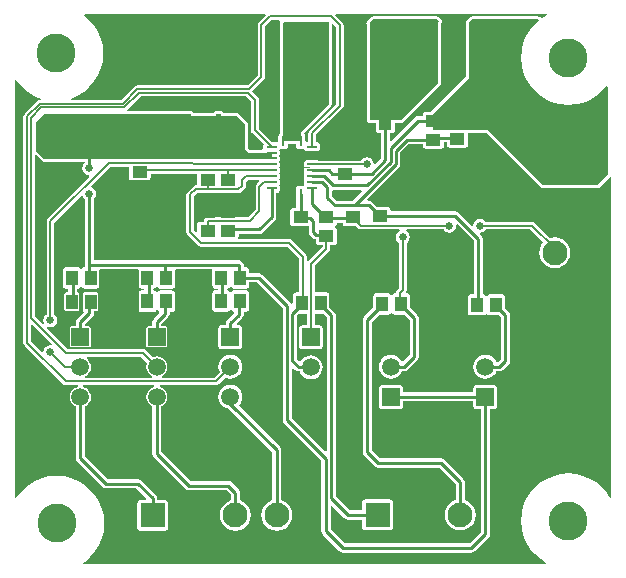
<source format=gtl>
G04 Layer_Physical_Order=1*
G04 Layer_Color=255*
%FSLAX44Y44*%
%MOMM*%
G71*
G01*
G75*
%ADD10R,1.3000X1.0000*%
%ADD11R,1.0000X1.3000*%
%ADD12R,1.1000X1.7000*%
%ADD13R,1.2000X2.6000*%
%ADD14R,1.7000X1.1000*%
%ADD15R,2.0500X3.0500*%
%ADD16R,0.2800X0.8500*%
%ADD17R,0.8500X0.2800*%
%ADD18R,1.9500X3.2000*%
%ADD19C,0.2540*%
%ADD20C,0.1270*%
%ADD21C,3.3000*%
%ADD22C,2.1000*%
%ADD23R,2.1000X2.1000*%
%ADD24R,2.1000X2.1000*%
%ADD25R,1.5000X1.5000*%
%ADD26C,1.5000*%
%ADD27C,0.6604*%
%ADD28C,0.0254*%
G36*
X307910Y1008750D02*
X308107Y1007759D01*
X308669Y1006919D01*
X309509Y1006357D01*
X310500Y1006160D01*
X323500D01*
X324491Y1006357D01*
X325331Y1006919D01*
X325893Y1007759D01*
X326090Y1008750D01*
Y1011513D01*
X355750D01*
X355851Y1011533D01*
X365410D01*
Y1001987D01*
X364172D01*
X362933Y1001741D01*
X361883Y1001039D01*
X357461Y996617D01*
X356759Y995567D01*
X356513Y994328D01*
Y962250D01*
X356759Y961011D01*
X357461Y959961D01*
X366461Y950961D01*
X367511Y950259D01*
X368750Y950013D01*
X441909D01*
X451763Y940159D01*
Y911340D01*
X449000D01*
X448009Y911143D01*
X447169Y910581D01*
X446607Y909741D01*
X446410Y908750D01*
Y902010D01*
X445140Y901624D01*
X444679Y902315D01*
X420497Y926497D01*
X419237Y927339D01*
X417750Y927635D01*
X409590D01*
Y930250D01*
X409393Y931241D01*
X408831Y932081D01*
X407991Y932643D01*
X407000Y932840D01*
X404885D01*
Y934750D01*
X404589Y936237D01*
X403747Y937497D01*
X402487Y938339D01*
X401000Y938635D01*
X278135D01*
Y990570D01*
X278462Y990788D01*
X279753Y992721D01*
X280206Y995000D01*
X279753Y997280D01*
X278462Y999212D01*
X276529Y1000503D01*
X276226Y1000564D01*
X275857Y1001779D01*
X292004Y1017926D01*
X307910D01*
Y1008750D01*
D02*
G37*
G36*
X234419Y1022919D02*
X235259Y1022357D01*
X236250Y1022160D01*
X270365D01*
Y1020930D01*
X270038Y1020712D01*
X268747Y1018780D01*
X268293Y1016500D01*
X268747Y1014221D01*
X270038Y1012288D01*
X271971Y1010997D01*
X273766Y1010640D01*
X274274Y1009352D01*
X238961Y974039D01*
X238259Y972989D01*
X238013Y971750D01*
Y892613D01*
X237038Y891962D01*
X235747Y890029D01*
X235294Y887750D01*
X235747Y885471D01*
X235935Y885189D01*
X234949Y884380D01*
X227987Y891341D01*
Y1027691D01*
X229160Y1028177D01*
X234419Y1022919D01*
D02*
G37*
G36*
X505161Y996942D02*
X497354Y989135D01*
X483609D01*
X479635Y993109D01*
Y997523D01*
X480357Y998115D01*
X504675D01*
X505161Y996942D01*
D02*
G37*
G36*
X418031Y1005359D02*
X415961Y1003289D01*
X415259Y1002239D01*
X415013Y1001000D01*
Y981341D01*
X408659Y974987D01*
X374500D01*
X373261Y974741D01*
X372211Y974039D01*
X371509Y972989D01*
X371263Y971750D01*
Y971340D01*
X368000D01*
X367009Y971143D01*
X366169Y970581D01*
X365607Y969741D01*
X365410Y968750D01*
Y962827D01*
X364237Y962341D01*
X362987Y963591D01*
Y992987D01*
X365513Y995513D01*
X400500D01*
X401739Y995759D01*
X402789Y996461D01*
X405789Y999461D01*
X406491Y1000511D01*
X406737Y1001750D01*
Y1004909D01*
X408361Y1006533D01*
X417545D01*
X418031Y1005359D01*
D02*
G37*
G36*
X323417Y851835D02*
X322926Y850649D01*
X322624Y848360D01*
X322926Y846071D01*
X323809Y843937D01*
X325215Y842105D01*
X327047Y840699D01*
X327511Y840507D01*
X327259Y839237D01*
X270911D01*
X270659Y840507D01*
X271123Y840699D01*
X272955Y842105D01*
X274361Y843937D01*
X275244Y846071D01*
X275546Y848360D01*
X275244Y850649D01*
X274361Y852783D01*
X272955Y854615D01*
X271485Y855743D01*
X271916Y857013D01*
X318239D01*
X323417Y851835D01*
D02*
G37*
G36*
X213390Y1090115D02*
X217488Y1085318D01*
X222285Y1081220D01*
X227664Y1077924D01*
X233492Y1075510D01*
X233347Y1074285D01*
X232237D01*
X230999Y1074039D01*
X229948Y1073337D01*
X219413Y1062802D01*
X218711Y1061751D01*
X218465Y1060512D01*
Y868548D01*
X218711Y867309D01*
X219413Y866259D01*
X251961Y833711D01*
X253011Y833009D01*
X254250Y832763D01*
X264244D01*
X264410Y831504D01*
X262277Y830621D01*
X260445Y829215D01*
X259039Y827383D01*
X258156Y825249D01*
X257854Y822960D01*
X258156Y820671D01*
X259039Y818537D01*
X260445Y816705D01*
X262277Y815299D01*
X262815Y815077D01*
Y771050D01*
X263111Y769563D01*
X263953Y768303D01*
X285753Y746503D01*
X287013Y745661D01*
X288500Y745365D01*
X314141D01*
X322493Y737013D01*
X322007Y735840D01*
X317500D01*
X316509Y735643D01*
X315669Y735081D01*
X315107Y734241D01*
X314910Y733250D01*
Y712250D01*
X315107Y711259D01*
X315669Y710419D01*
X316509Y709857D01*
X317500Y709660D01*
X338500D01*
X339491Y709857D01*
X340331Y710419D01*
X340893Y711259D01*
X341090Y712250D01*
Y733250D01*
X340893Y734241D01*
X340331Y735081D01*
X339491Y735643D01*
X338500Y735840D01*
X331885D01*
Y737000D01*
X331589Y738486D01*
X330747Y739747D01*
X318497Y751997D01*
X317237Y752839D01*
X315750Y753135D01*
X290109D01*
X270585Y772659D01*
Y815077D01*
X271123Y815299D01*
X272955Y816705D01*
X274361Y818537D01*
X275244Y820671D01*
X275546Y822960D01*
X275244Y825249D01*
X274361Y827383D01*
X272955Y829215D01*
X271123Y830621D01*
X268990Y831504D01*
X269156Y832763D01*
X329014D01*
X329180Y831504D01*
X327047Y830621D01*
X325215Y829215D01*
X323809Y827383D01*
X322926Y825249D01*
X322624Y822960D01*
X322926Y820671D01*
X323809Y818537D01*
X325215Y816705D01*
X327047Y815299D01*
X327585Y815077D01*
Y774780D01*
X327881Y773293D01*
X328723Y772033D01*
X355753Y745003D01*
X357013Y744161D01*
X358500Y743865D01*
X390391D01*
X394115Y740141D01*
Y735255D01*
X391424Y734140D01*
X388700Y732050D01*
X386610Y729326D01*
X385296Y726154D01*
X384847Y722750D01*
X385296Y719346D01*
X386610Y716174D01*
X388700Y713450D01*
X391424Y711360D01*
X394596Y710046D01*
X398000Y709597D01*
X401404Y710046D01*
X404576Y711360D01*
X407300Y713450D01*
X409390Y716174D01*
X410704Y719346D01*
X411152Y722750D01*
X410704Y726154D01*
X409390Y729326D01*
X407300Y732050D01*
X404576Y734140D01*
X401885Y735255D01*
Y741750D01*
X401589Y743237D01*
X400747Y744497D01*
X394747Y750497D01*
X393487Y751339D01*
X392000Y751635D01*
X360109D01*
X335355Y776389D01*
Y815077D01*
X335893Y815299D01*
X337725Y816705D01*
X339131Y818537D01*
X340014Y820671D01*
X340316Y822960D01*
X340014Y825249D01*
X339131Y827383D01*
X337725Y829215D01*
X335893Y830621D01*
X333759Y831504D01*
X333926Y832763D01*
X381340D01*
X382579Y833009D01*
X383629Y833711D01*
X389253Y839335D01*
X391079Y838578D01*
X393700Y838233D01*
X396321Y838578D01*
X398763Y839590D01*
X400861Y841199D01*
X402470Y843297D01*
X403482Y845739D01*
X403827Y848360D01*
X403482Y850981D01*
X402470Y853423D01*
X400861Y855521D01*
X398763Y857130D01*
X396321Y858142D01*
X393700Y858487D01*
X391079Y858142D01*
X388637Y857130D01*
X386539Y855521D01*
X384930Y853423D01*
X383918Y850981D01*
X383573Y848360D01*
X383918Y845739D01*
X384675Y843913D01*
X379999Y839237D01*
X335681D01*
X335429Y840507D01*
X335893Y840699D01*
X337725Y842105D01*
X339131Y843937D01*
X340014Y846071D01*
X340316Y848360D01*
X340014Y850649D01*
X339131Y852783D01*
X337725Y854615D01*
X335893Y856021D01*
X333759Y856904D01*
X331470Y857206D01*
X329181Y856904D01*
X327995Y856413D01*
X321869Y862539D01*
X320819Y863241D01*
X319580Y863487D01*
X255841D01*
X237880Y881449D01*
X238689Y882435D01*
X238971Y882247D01*
X241250Y881794D01*
X243529Y882247D01*
X245462Y883538D01*
X246753Y885471D01*
X247206Y887750D01*
X246753Y890029D01*
X245462Y891962D01*
X244487Y892613D01*
Y970409D01*
X267471Y993393D01*
X268687Y993024D01*
X268747Y992721D01*
X270038Y990788D01*
X270365Y990570D01*
Y934500D01*
Y932840D01*
X270250D01*
X269259Y932643D01*
X268419Y932081D01*
X267919Y931333D01*
X267250Y931260D01*
X266581Y931333D01*
X266081Y932081D01*
X265241Y932643D01*
X264250Y932840D01*
X254250D01*
X253259Y932643D01*
X252419Y932081D01*
X251857Y931241D01*
X251660Y930250D01*
Y917250D01*
X251857Y916259D01*
X252419Y915419D01*
X253259Y914857D01*
X254250Y914660D01*
X256365D01*
Y911375D01*
X254250D01*
X253278Y910972D01*
X252875Y910000D01*
Y897000D01*
X253278Y896028D01*
X254250Y895625D01*
X264250D01*
X265222Y896028D01*
X265625Y897000D01*
Y910000D01*
X265222Y910972D01*
X264250Y911375D01*
X264135D01*
Y914660D01*
X264250D01*
X265241Y914857D01*
X266081Y915419D01*
X266581Y916167D01*
X267250Y916240D01*
X267919Y916167D01*
X268419Y915419D01*
X269259Y914857D01*
X270250Y914660D01*
X280250D01*
X281241Y914857D01*
X282081Y915419D01*
X282643Y916259D01*
X282840Y917250D01*
Y930250D01*
X283345Y930865D01*
X315405D01*
X315910Y930250D01*
Y917250D01*
X316107Y916259D01*
X316669Y915419D01*
X317509Y914857D01*
X318500Y914660D01*
X320615D01*
Y913090D01*
X318500D01*
X317509Y912893D01*
X316669Y912331D01*
X316107Y911491D01*
X315910Y910500D01*
Y897500D01*
X316107Y896509D01*
X316669Y895669D01*
X317509Y895107D01*
X318500Y894910D01*
X328500D01*
X329491Y895107D01*
X330331Y895669D01*
X330831Y896416D01*
X331500Y896490D01*
X332169Y896416D01*
X332669Y895669D01*
X333094Y895384D01*
X333433Y893926D01*
X328723Y889217D01*
X327881Y887957D01*
X327585Y886470D01*
Y882635D01*
X323970D01*
X322998Y882232D01*
X322595Y881260D01*
Y866260D01*
X322998Y865288D01*
X323970Y864885D01*
X338970D01*
X339942Y865288D01*
X340345Y866260D01*
Y881260D01*
X339942Y882232D01*
X338970Y882635D01*
X335355D01*
Y884861D01*
X341247Y890753D01*
X342089Y892013D01*
X342385Y893500D01*
Y894910D01*
X344500D01*
X345491Y895107D01*
X346331Y895669D01*
X346893Y896509D01*
X347090Y897500D01*
Y910500D01*
X346893Y911491D01*
X346331Y912331D01*
X345491Y912893D01*
X344500Y913090D01*
X334500D01*
X333509Y912893D01*
X332669Y912331D01*
X332169Y911583D01*
X331500Y911510D01*
X330831Y911583D01*
X330331Y912331D01*
X329491Y912893D01*
X328500Y913090D01*
X328385D01*
Y914660D01*
X328500D01*
X329491Y914857D01*
X330331Y915419D01*
X330831Y916167D01*
X331500Y916240D01*
X332169Y916167D01*
X332669Y915419D01*
X333509Y914857D01*
X334500Y914660D01*
X344500D01*
X345491Y914857D01*
X346331Y915419D01*
X346893Y916259D01*
X347090Y917250D01*
Y930250D01*
X347595Y930865D01*
X377905D01*
X378410Y930250D01*
Y917250D01*
X378607Y916259D01*
X379169Y915419D01*
X380009Y914857D01*
X381000Y914660D01*
X383115D01*
Y913340D01*
X381000D01*
X380009Y913143D01*
X379169Y912581D01*
X378607Y911741D01*
X378410Y910750D01*
Y897750D01*
X378607Y896759D01*
X379169Y895919D01*
X380009Y895357D01*
X381000Y895160D01*
X391000D01*
X391991Y895357D01*
X392831Y895919D01*
X393331Y896666D01*
X394000Y896740D01*
X394669Y896666D01*
X395169Y895919D01*
X396009Y895357D01*
X396721Y895216D01*
X396937Y894091D01*
X396927Y893921D01*
X390953Y887947D01*
X390111Y886687D01*
X389815Y885200D01*
Y883850D01*
X386200D01*
X385209Y883653D01*
X384369Y883091D01*
X383807Y882251D01*
X383610Y881260D01*
Y866260D01*
X383807Y865269D01*
X384369Y864429D01*
X385209Y863867D01*
X386200Y863670D01*
X401200D01*
X402191Y863867D01*
X403031Y864429D01*
X403593Y865269D01*
X403790Y866260D01*
Y881260D01*
X403593Y882251D01*
X403031Y883091D01*
X402191Y883653D01*
X401200Y883850D01*
X399503D01*
X399017Y885023D01*
X403747Y889753D01*
X404589Y891013D01*
X404885Y892500D01*
Y895160D01*
X407000D01*
X407991Y895357D01*
X408831Y895919D01*
X409393Y896759D01*
X409590Y897750D01*
Y910750D01*
X409393Y911741D01*
X408831Y912581D01*
X407991Y913143D01*
X407000Y913340D01*
X397000D01*
X396009Y913143D01*
X395169Y912581D01*
X394669Y911833D01*
X394000Y911760D01*
X393331Y911833D01*
X392831Y912581D01*
X391991Y913143D01*
X391000Y913340D01*
X390885D01*
Y914660D01*
X391000D01*
X391991Y914857D01*
X392831Y915419D01*
X393331Y916167D01*
X394000Y916240D01*
X394669Y916167D01*
X395169Y915419D01*
X396009Y914857D01*
X397000Y914660D01*
X407000D01*
X407991Y914857D01*
X408831Y915419D01*
X409393Y916259D01*
X409590Y917250D01*
Y919865D01*
X416141D01*
X438047Y897959D01*
Y803318D01*
X438343Y801831D01*
X439185Y800571D01*
X470797Y768959D01*
Y709068D01*
X471093Y707581D01*
X471935Y706321D01*
X486003Y692253D01*
X487263Y691411D01*
X488750Y691115D01*
X597750D01*
X599237Y691411D01*
X600497Y692253D01*
X612347Y704103D01*
X613189Y705363D01*
X613485Y706850D01*
Y812870D01*
X617100D01*
X618091Y813067D01*
X618931Y813629D01*
X619493Y814469D01*
X619690Y815460D01*
Y830460D01*
X619493Y831451D01*
X618931Y832291D01*
X618091Y832853D01*
X617100Y833050D01*
X602100D01*
X601109Y832853D01*
X600269Y832291D01*
X599707Y831451D01*
X599510Y830460D01*
Y826845D01*
X539680D01*
Y830460D01*
X539483Y831451D01*
X538921Y832291D01*
X538081Y832853D01*
X537090Y833050D01*
X522090D01*
X521099Y832853D01*
X520259Y832291D01*
X519697Y831451D01*
X519500Y830460D01*
Y815460D01*
X519697Y814469D01*
X520259Y813629D01*
X521099Y813067D01*
X522090Y812870D01*
X537090D01*
X538081Y813067D01*
X538921Y813629D01*
X539483Y814469D01*
X539680Y815460D01*
Y819075D01*
X599510D01*
Y815460D01*
X599707Y814469D01*
X600269Y813629D01*
X601109Y813067D01*
X602100Y812870D01*
X605715D01*
Y708459D01*
X596141Y698885D01*
X490359D01*
X478567Y710677D01*
Y730280D01*
X479740Y730766D01*
X490251Y720255D01*
X491511Y719413D01*
X492998Y719117D01*
X505162D01*
Y712502D01*
X505359Y711511D01*
X505920Y710671D01*
X506761Y710109D01*
X507752Y709912D01*
X528752D01*
X529743Y710109D01*
X530583Y710671D01*
X531144Y711511D01*
X531341Y712502D01*
Y733502D01*
X531144Y734493D01*
X530583Y735333D01*
X529743Y735895D01*
X528752Y736092D01*
X507752D01*
X506761Y735895D01*
X505920Y735333D01*
X505359Y734493D01*
X505162Y733502D01*
Y726887D01*
X494607D01*
X482885Y738609D01*
Y892250D01*
X482589Y893736D01*
X481747Y894997D01*
X477590Y899154D01*
Y908750D01*
X477393Y909741D01*
X476831Y910581D01*
X475991Y911143D01*
X475000Y911340D01*
X465000D01*
X464987Y911350D01*
Y933909D01*
X477289Y946211D01*
X477991Y947261D01*
X478237Y948500D01*
Y951660D01*
X481500D01*
X482491Y951857D01*
X483331Y952419D01*
X483893Y953259D01*
X484090Y954250D01*
Y964250D01*
X483893Y965241D01*
X483331Y966081D01*
X482584Y966581D01*
X482510Y967250D01*
X482584Y967919D01*
X483331Y968419D01*
X483893Y969259D01*
X484090Y970250D01*
Y970365D01*
X488660D01*
Y970250D01*
X488857Y969259D01*
X489419Y968419D01*
X490259Y967857D01*
X491250Y967660D01*
X499762D01*
X501711Y965711D01*
X502761Y965009D01*
X504000Y964763D01*
X536696D01*
X537081Y963493D01*
X535538Y962462D01*
X534247Y960529D01*
X533793Y958250D01*
X534247Y955971D01*
X535538Y954038D01*
X536513Y953387D01*
Y914841D01*
X534961Y913289D01*
X534259Y912239D01*
X534013Y911000D01*
Y910840D01*
X533250D01*
X532259Y910643D01*
X531419Y910081D01*
X530919Y909333D01*
X530250Y909260D01*
X529581Y909333D01*
X529081Y910081D01*
X528241Y910643D01*
X527250Y910840D01*
X517250D01*
X516259Y910643D01*
X515419Y910081D01*
X514857Y909241D01*
X514660Y908250D01*
Y898654D01*
X506753Y890747D01*
X505911Y889487D01*
X505615Y888000D01*
Y776250D01*
X505911Y774763D01*
X506753Y773503D01*
X516003Y764253D01*
X517263Y763411D01*
X518750Y763115D01*
X570641D01*
X584367Y749389D01*
Y735507D01*
X581675Y734392D01*
X578951Y732302D01*
X576861Y729578D01*
X575547Y726406D01*
X575099Y723002D01*
X575547Y719598D01*
X576861Y716426D01*
X578951Y713702D01*
X581675Y711612D01*
X584847Y710298D01*
X588252Y709849D01*
X591656Y710298D01*
X594828Y711612D01*
X597552Y713702D01*
X599642Y716426D01*
X600956Y719598D01*
X601404Y723002D01*
X600956Y726406D01*
X599642Y729578D01*
X597552Y732302D01*
X594828Y734392D01*
X592136Y735507D01*
Y750998D01*
X591841Y752485D01*
X590998Y753745D01*
X574997Y769747D01*
X573737Y770589D01*
X572250Y770885D01*
X520359D01*
X513385Y777859D01*
Y886391D01*
X519654Y892660D01*
X527250D01*
X528241Y892857D01*
X529081Y893419D01*
X529581Y894166D01*
X530250Y894240D01*
X530919Y894166D01*
X531419Y893419D01*
X532259Y892857D01*
X533250Y892660D01*
X540846D01*
X545365Y888141D01*
Y858359D01*
X539938Y852932D01*
X538440Y853230D01*
X538360Y853423D01*
X536751Y855521D01*
X534653Y857130D01*
X532211Y858142D01*
X529590Y858487D01*
X526969Y858142D01*
X524527Y857130D01*
X522429Y855521D01*
X520820Y853423D01*
X519808Y850981D01*
X519463Y848360D01*
X519808Y845739D01*
X520820Y843297D01*
X522429Y841199D01*
X524527Y839590D01*
X526969Y838578D01*
X529590Y838233D01*
X532211Y838578D01*
X534653Y839590D01*
X536751Y841199D01*
X538360Y843297D01*
X538848Y844475D01*
X540860D01*
X542347Y844771D01*
X543607Y845613D01*
X551997Y854003D01*
X552839Y855263D01*
X553135Y856750D01*
Y889750D01*
X552839Y891237D01*
X551997Y892497D01*
X545840Y898654D01*
Y908250D01*
X545643Y909241D01*
X545081Y910081D01*
X544241Y910643D01*
X543250Y910840D01*
X542640Y912110D01*
X542741Y912261D01*
X542987Y913500D01*
Y953387D01*
X543962Y954038D01*
X545253Y955971D01*
X545706Y958250D01*
X545253Y960529D01*
X543962Y962462D01*
X542419Y963493D01*
X542804Y964763D01*
X574137D01*
X574788Y963788D01*
X576721Y962497D01*
X579000Y962044D01*
X581279Y962497D01*
X583212Y963788D01*
X584503Y965721D01*
X584957Y968000D01*
X584893Y968317D01*
X586064Y968942D01*
X599615Y955391D01*
Y910090D01*
X597500D01*
X596509Y909893D01*
X595669Y909331D01*
X595107Y908491D01*
X594910Y907500D01*
Y894500D01*
X595107Y893509D01*
X595669Y892669D01*
X596509Y892107D01*
X597500Y891910D01*
X607500D01*
X608491Y892107D01*
X609331Y892669D01*
X609831Y893417D01*
X610500Y893490D01*
X611169Y893417D01*
X611669Y892669D01*
X612509Y892107D01*
X613500Y891910D01*
X621096D01*
X622615Y890391D01*
Y855109D01*
X620032Y852525D01*
X618670Y852700D01*
X618370Y853423D01*
X616761Y855521D01*
X614663Y857130D01*
X612221Y858142D01*
X609600Y858487D01*
X606979Y858142D01*
X604537Y857130D01*
X602439Y855521D01*
X600830Y853423D01*
X599818Y850981D01*
X599473Y848360D01*
X599818Y845739D01*
X600830Y843297D01*
X602439Y841199D01*
X604537Y839590D01*
X606979Y838578D01*
X609600Y838233D01*
X612221Y838578D01*
X614663Y839590D01*
X616761Y841199D01*
X618370Y843297D01*
X618858Y844475D01*
X621360D01*
X622847Y844771D01*
X624107Y845613D01*
X629247Y850753D01*
X630089Y852013D01*
X630385Y853500D01*
Y892000D01*
X630089Y893487D01*
X629247Y894747D01*
X626090Y897904D01*
Y907500D01*
X625893Y908491D01*
X625331Y909331D01*
X624491Y909893D01*
X623500Y910090D01*
X613500D01*
X612509Y909893D01*
X611669Y909331D01*
X611169Y908584D01*
X610500Y908510D01*
X609831Y908584D01*
X609331Y909331D01*
X608491Y909893D01*
X607500Y910090D01*
X607385D01*
Y957000D01*
X607089Y958487D01*
X606247Y959747D01*
X605121Y960873D01*
X605664Y962126D01*
X607529Y962497D01*
X609462Y963788D01*
X610113Y964763D01*
X647659D01*
X658590Y953832D01*
X656860Y951576D01*
X655546Y948404D01*
X655098Y945000D01*
X655546Y941596D01*
X656860Y938424D01*
X658950Y935700D01*
X661674Y933610D01*
X664846Y932296D01*
X668250Y931848D01*
X671654Y932296D01*
X674826Y933610D01*
X677550Y935700D01*
X679640Y938424D01*
X680954Y941596D01*
X681403Y945000D01*
X680954Y948404D01*
X679640Y951576D01*
X677550Y954300D01*
X674826Y956390D01*
X671654Y957704D01*
X668250Y958152D01*
X664846Y957704D01*
X664158Y957420D01*
X651289Y970289D01*
X650239Y970991D01*
X649000Y971237D01*
X610113D01*
X609462Y972212D01*
X607529Y973503D01*
X605250Y973956D01*
X602971Y973503D01*
X601038Y972212D01*
X599747Y970279D01*
X599376Y968414D01*
X598123Y967871D01*
X586997Y978997D01*
X585737Y979839D01*
X584250Y980135D01*
X529340D01*
Y981250D01*
X529143Y982241D01*
X528581Y983081D01*
X527741Y983643D01*
X526750Y983840D01*
X518154D01*
X513997Y987997D01*
X512737Y988839D01*
X511250Y989135D01*
X510001D01*
X509515Y990308D01*
X536383Y1017176D01*
X537225Y1018436D01*
X537521Y1019923D01*
Y1029852D01*
X544534Y1036865D01*
X556410D01*
Y1035750D01*
X556607Y1034759D01*
X557169Y1033919D01*
X558009Y1033357D01*
X559000Y1033160D01*
X572000D01*
X572991Y1033357D01*
X573831Y1033919D01*
X574393Y1034759D01*
X574590Y1035750D01*
Y1038615D01*
X576660D01*
Y1036500D01*
X576857Y1035509D01*
X577419Y1034669D01*
X578259Y1034107D01*
X579250Y1033910D01*
X592250D01*
X593241Y1034107D01*
X594081Y1034669D01*
X594643Y1035509D01*
X594840Y1036500D01*
Y1046410D01*
X610677D01*
X656919Y1000169D01*
X657759Y999607D01*
X658750Y999410D01*
X704000Y999410D01*
X704991Y999607D01*
X705831Y1000169D01*
X714831Y1009169D01*
X714980Y1009391D01*
X716250Y1009006D01*
Y737843D01*
X714980Y737485D01*
X712442Y741627D01*
X708344Y746424D01*
X703547Y750522D01*
X698168Y753818D01*
X692340Y756232D01*
X686205Y757705D01*
X679916Y758200D01*
X673627Y757705D01*
X667492Y756232D01*
X661664Y753818D01*
X656285Y750522D01*
X651488Y746424D01*
X647390Y741627D01*
X644094Y736248D01*
X641680Y730420D01*
X640207Y724285D01*
X639712Y717996D01*
X640207Y711707D01*
X641680Y705572D01*
X644094Y699744D01*
X647390Y694365D01*
X651488Y689568D01*
X656285Y685470D01*
X661099Y682520D01*
X660741Y681250D01*
X269013D01*
X268669Y682472D01*
X270297Y683470D01*
X275095Y687568D01*
X279192Y692365D01*
X282488Y697744D01*
X284902Y703572D01*
X286375Y709707D01*
X286870Y715996D01*
X286375Y722285D01*
X284902Y728420D01*
X282488Y734248D01*
X279192Y739627D01*
X275095Y744425D01*
X270297Y748522D01*
X264918Y751818D01*
X259090Y754232D01*
X252955Y755705D01*
X246666Y756200D01*
X240377Y755705D01*
X234242Y754232D01*
X228414Y751818D01*
X223035Y748522D01*
X218237Y744425D01*
X214140Y739627D01*
X212472Y736905D01*
X211250Y737250D01*
Y1091268D01*
X212472Y1091613D01*
X213390Y1090115D01*
D02*
G37*
G36*
X242399Y867773D02*
X241773Y866602D01*
X241250Y866706D01*
X238971Y866253D01*
X237038Y864962D01*
X235747Y863029D01*
X235390Y861234D01*
X234102Y860726D01*
X224939Y869889D01*
Y883573D01*
X226112Y884059D01*
X242399Y867773D01*
D02*
G37*
G36*
X475115Y890641D02*
Y777288D01*
X473942Y776802D01*
X445817Y804927D01*
Y846780D01*
X446990Y847266D01*
X448643Y845613D01*
X449903Y844771D01*
X451390Y844475D01*
X452343D01*
X452980Y842937D01*
X454589Y840839D01*
X456687Y839230D01*
X459129Y838218D01*
X461750Y837873D01*
X464371Y838218D01*
X466813Y839230D01*
X468911Y840839D01*
X470520Y842937D01*
X471532Y845379D01*
X471877Y848000D01*
X471532Y850621D01*
X470520Y853063D01*
X468911Y855161D01*
X466813Y856770D01*
X464371Y857782D01*
X461750Y858127D01*
X459129Y857782D01*
X456687Y856770D01*
X454589Y855161D01*
X453413Y853627D01*
X451853Y853391D01*
X450135Y855109D01*
Y891891D01*
X451404Y893160D01*
X458513D01*
Y883490D01*
X454250D01*
X453259Y883293D01*
X452419Y882731D01*
X451857Y881891D01*
X451660Y880900D01*
Y865900D01*
X451857Y864909D01*
X452419Y864069D01*
X453259Y863507D01*
X454250Y863310D01*
X469250D01*
X470241Y863507D01*
X471081Y864069D01*
X471643Y864909D01*
X471840Y865900D01*
Y880900D01*
X471643Y881891D01*
X471081Y882731D01*
X470241Y883293D01*
X469250Y883490D01*
X464987D01*
Y893150D01*
X465000Y893160D01*
X472596D01*
X475115Y890641D01*
D02*
G37*
G36*
X654572Y1141309D02*
X651488Y1138674D01*
X647390Y1133877D01*
X644094Y1128498D01*
X641680Y1122670D01*
X640207Y1116535D01*
X639712Y1110246D01*
X640207Y1103957D01*
X641680Y1097822D01*
X644094Y1091994D01*
X647390Y1086615D01*
X651488Y1081817D01*
X656285Y1077720D01*
X661664Y1074424D01*
X667492Y1072010D01*
X673627Y1070537D01*
X679916Y1070042D01*
X686205Y1070537D01*
X692340Y1072010D01*
X698168Y1074424D01*
X703547Y1077720D01*
X708344Y1081817D01*
X711730Y1085781D01*
X713000Y1085313D01*
X713000Y1011000D01*
X704000Y1002000D01*
X658750Y1002000D01*
X611750Y1049000D01*
X592701D01*
X592250Y1049090D01*
X579250D01*
X578799Y1049000D01*
X565750D01*
X565500Y1049250D01*
Y1052865D01*
X566987Y1053161D01*
X568247Y1054003D01*
X569089Y1055263D01*
X569385Y1056750D01*
X569089Y1058237D01*
X568247Y1059497D01*
X566987Y1060339D01*
X565500Y1060635D01*
Y1062750D01*
X595750Y1093000D01*
Y1140250D01*
X598000Y1142500D01*
X654132D01*
X654572Y1141309D01*
D02*
G37*
G36*
X385909Y1061539D02*
X386749Y1060977D01*
X387740Y1060780D01*
X399220D01*
X406000Y1054000D01*
Y1032500D01*
X408730Y1029770D01*
X428520D01*
Y1024770D01*
X428500Y1024750D01*
X236250D01*
X229500Y1031500D01*
Y1055500D01*
X236250Y1062250D01*
X360033D01*
X360509Y1061539D01*
X361349Y1060977D01*
X362340Y1060780D01*
X379340D01*
X380331Y1060977D01*
X381171Y1061539D01*
X381646Y1062250D01*
X385434D01*
X385909Y1061539D01*
D02*
G37*
G36*
X570250Y1141000D02*
X569750Y1140500D01*
Y1089000D01*
X538000Y1057250D01*
X528885D01*
X528589Y1058737D01*
X527747Y1059997D01*
X526487Y1060839D01*
X525000Y1061135D01*
X523513Y1060839D01*
X522253Y1059997D01*
X521411Y1058737D01*
X521115Y1057250D01*
X511750D01*
Y1139500D01*
X511500Y1139750D01*
X514250Y1142500D01*
X568750D01*
X570250Y1141000D01*
D02*
G37*
G36*
X662114Y1146254D02*
X661664Y1146068D01*
X657780Y1143688D01*
X657200Y1143597D01*
X656101Y1144148D01*
X656034Y1144258D01*
X655992Y1144288D01*
X655963Y1144331D01*
X655584Y1144584D01*
X655216Y1144852D01*
X655166Y1144864D01*
X655123Y1144893D01*
X654677Y1144982D01*
X654234Y1145088D01*
X654183Y1145080D01*
X654132Y1145090D01*
X598000D01*
X597009Y1144893D01*
X596169Y1144331D01*
X593919Y1142081D01*
X593357Y1141241D01*
X593160Y1140250D01*
Y1094073D01*
X563669Y1064581D01*
X563507Y1064340D01*
X559000D01*
X558009Y1064143D01*
X557169Y1063581D01*
X556607Y1062741D01*
X556410Y1061750D01*
Y1060635D01*
X552818D01*
X551331Y1060339D01*
X550071Y1059497D01*
X530058Y1039484D01*
X528885Y1039970D01*
Y1046160D01*
X530500D01*
X531491Y1046357D01*
X532331Y1046919D01*
X532893Y1047759D01*
X533090Y1048750D01*
Y1054660D01*
X538000D01*
X538991Y1054857D01*
X539831Y1055419D01*
X571581Y1087169D01*
X572143Y1088009D01*
X572340Y1089000D01*
Y1139556D01*
X572643Y1140009D01*
X572840Y1141000D01*
X572643Y1141991D01*
X572081Y1142831D01*
X570581Y1144331D01*
X569741Y1144893D01*
X568750Y1145090D01*
X514250D01*
X513259Y1144893D01*
X512419Y1144331D01*
X509669Y1141581D01*
X509107Y1140741D01*
X508910Y1139750D01*
X509107Y1138759D01*
X509160Y1138680D01*
Y1057250D01*
X509357Y1056259D01*
X509919Y1055419D01*
X510759Y1054857D01*
X511750Y1054660D01*
X516910D01*
Y1048750D01*
X517107Y1047759D01*
X517669Y1046919D01*
X518509Y1046357D01*
X519500Y1046160D01*
X521115D01*
Y1025109D01*
X516364Y1020358D01*
X514986Y1020776D01*
X514733Y1022049D01*
X513442Y1023982D01*
X511510Y1025273D01*
X509230Y1025726D01*
X506951Y1025273D01*
X505018Y1023982D01*
X504367Y1023007D01*
X469092D01*
X468261Y1023563D01*
X467270Y1023760D01*
X458770D01*
X457779Y1023563D01*
X456939Y1023001D01*
X456377Y1022161D01*
X456180Y1021170D01*
Y1020318D01*
X442976D01*
Y1014391D01*
X456180D01*
Y1013370D01*
X456377Y1012379D01*
X456450Y1012270D01*
X456377Y1012161D01*
X456180Y1011170D01*
Y1008370D01*
X456377Y1007379D01*
X456450Y1007270D01*
X456377Y1007161D01*
X456180Y1006170D01*
Y1003370D01*
X456307Y1002730D01*
X456120Y1002420D01*
X455670Y1001970D01*
X455009Y1001792D01*
X454670Y1001860D01*
X451870D01*
X450879Y1001663D01*
X450039Y1001101D01*
X449477Y1000261D01*
X449280Y999270D01*
Y990770D01*
X449365Y990342D01*
Y982840D01*
X446750D01*
X445759Y982643D01*
X444919Y982081D01*
X444357Y981241D01*
X444160Y980250D01*
Y970250D01*
X444357Y969259D01*
X444919Y968419D01*
X445759Y967857D01*
X446750Y967660D01*
X459750D01*
X459865Y967566D01*
Y962500D01*
X460161Y961013D01*
X461003Y959753D01*
X463253Y957503D01*
X464513Y956661D01*
X465910Y956383D01*
Y954250D01*
X466107Y953259D01*
X466669Y952419D01*
X467509Y951857D01*
X468500Y951660D01*
X471763D01*
Y949841D01*
X459507Y937585D01*
X459309Y937596D01*
X458237Y937993D01*
Y941500D01*
X457991Y942739D01*
X457289Y943789D01*
X445539Y955539D01*
X444489Y956241D01*
X443250Y956487D01*
X401070D01*
X400392Y957757D01*
X400393Y957759D01*
X400590Y958750D01*
Y960865D01*
X418250D01*
X419737Y961161D01*
X420997Y962003D01*
X431267Y972273D01*
X432109Y973533D01*
X432405Y975020D01*
Y995780D01*
X432770D01*
X433761Y995977D01*
X434601Y996539D01*
X435163Y997379D01*
X435360Y998370D01*
Y1001170D01*
X435163Y1002161D01*
X435090Y1002270D01*
X435163Y1002379D01*
X435360Y1003370D01*
Y1006170D01*
X435163Y1007161D01*
X435090Y1007270D01*
X435163Y1007379D01*
X435360Y1008370D01*
Y1011170D01*
X435163Y1012161D01*
X435090Y1012270D01*
X435163Y1012379D01*
X435360Y1013370D01*
Y1016170D01*
X435163Y1017161D01*
X435090Y1017270D01*
X435163Y1017379D01*
X435360Y1018370D01*
Y1021170D01*
X435163Y1022161D01*
X435090Y1022270D01*
X435163Y1022379D01*
X435360Y1023370D01*
Y1026170D01*
X435163Y1027161D01*
X435090Y1027270D01*
X435163Y1027379D01*
X435360Y1028370D01*
Y1031170D01*
X435233Y1031810D01*
X435420Y1032120D01*
X435870Y1032570D01*
X436531Y1032748D01*
X436870Y1032680D01*
X439670D01*
X440661Y1032877D01*
X441501Y1033439D01*
X442063Y1034279D01*
X442260Y1035270D01*
Y1036930D01*
X449280D01*
Y1035270D01*
X449477Y1034279D01*
X450039Y1033439D01*
X450879Y1032877D01*
X451870Y1032680D01*
X454670D01*
X455009Y1032748D01*
X456377Y1032379D01*
X456939Y1031539D01*
X457779Y1030977D01*
X458770Y1030780D01*
X467270D01*
X468261Y1030977D01*
X469101Y1031539D01*
X469663Y1032379D01*
X469860Y1033370D01*
Y1036170D01*
X469663Y1037161D01*
X469101Y1038001D01*
X468261Y1038563D01*
X467270Y1038760D01*
X466257D01*
Y1044929D01*
X488539Y1067211D01*
X489241Y1068261D01*
X489487Y1069500D01*
Y1137750D01*
X489241Y1138989D01*
X488539Y1140039D01*
X482251Y1146327D01*
X482738Y1147500D01*
X661866D01*
X662114Y1146254D01*
D02*
G37*
G36*
X423749Y1146327D02*
X417711Y1140289D01*
X417009Y1139239D01*
X416763Y1138000D01*
Y1095376D01*
X408172Y1086785D01*
X314988D01*
X313749Y1086539D01*
X312698Y1085837D01*
X301147Y1074285D01*
X258485D01*
X258340Y1075510D01*
X264168Y1077924D01*
X269547Y1081220D01*
X274345Y1085318D01*
X278442Y1090115D01*
X281738Y1095494D01*
X284152Y1101322D01*
X285625Y1107457D01*
X286120Y1113746D01*
X285625Y1120035D01*
X284152Y1126170D01*
X281738Y1131998D01*
X278442Y1137377D01*
X274345Y1142175D01*
X269596Y1146230D01*
X269593Y1146350D01*
X270166Y1147500D01*
X423263D01*
X423749Y1146327D01*
D02*
G37*
G36*
X435877Y1140761D02*
X435680Y1139770D01*
Y1046030D01*
X435039Y1045601D01*
X434477Y1044761D01*
X434280Y1043770D01*
Y1039627D01*
X433010Y1038712D01*
X432770Y1038760D01*
X429108D01*
X417737Y1050131D01*
Y1074250D01*
X417491Y1075489D01*
X416789Y1076539D01*
X411935Y1081393D01*
X422289Y1091746D01*
X422991Y1092797D01*
X423237Y1094035D01*
Y1136659D01*
X428591Y1142013D01*
X435186D01*
X435877Y1140761D01*
D02*
G37*
G36*
X411263Y1072909D02*
Y1048790D01*
X411509Y1047551D01*
X412211Y1046501D01*
X421823Y1036889D01*
X421680Y1036170D01*
Y1033370D01*
X420586Y1032360D01*
X409803D01*
X408590Y1033573D01*
Y1054000D01*
X408393Y1054991D01*
X407831Y1055831D01*
X401051Y1062611D01*
X400211Y1063173D01*
X399220Y1063370D01*
X387995D01*
X387770Y1063415D01*
X387587Y1063689D01*
X387407Y1063869D01*
X387265Y1064081D01*
X387053Y1064223D01*
X386872Y1064403D01*
X386637Y1064501D01*
X386425Y1064643D01*
X386174Y1064692D01*
X385939Y1064790D01*
X385684D01*
X385434Y1064840D01*
X381646D01*
X381396Y1064790D01*
X381141D01*
X380906Y1064692D01*
X380655Y1064643D01*
X380443Y1064501D01*
X380208Y1064403D01*
X380027Y1064223D01*
X379815Y1064081D01*
X379674Y1063869D01*
X379493Y1063689D01*
X379310Y1063415D01*
X379085Y1063370D01*
X362595D01*
X362370Y1063415D01*
X362187Y1063689D01*
X362006Y1063869D01*
X361865Y1064081D01*
X361653Y1064223D01*
X361472Y1064403D01*
X361237Y1064501D01*
X361025Y1064643D01*
X360774Y1064692D01*
X360539Y1064790D01*
X360284D01*
X360033Y1064840D01*
X306964D01*
X306438Y1066110D01*
X317591Y1077263D01*
X406909D01*
X411263Y1072909D01*
D02*
G37*
G36*
X483013Y1136409D02*
Y1070841D01*
X460731Y1048559D01*
X460029Y1047509D01*
X459783Y1046270D01*
Y1038760D01*
X458770D01*
X458530Y1038712D01*
X457260Y1039627D01*
Y1043770D01*
X457063Y1044761D01*
X456501Y1045601D01*
X456413Y1046500D01*
X478581Y1068669D01*
X479143Y1069509D01*
X479340Y1070500D01*
Y1138423D01*
X480513Y1138909D01*
X483013Y1136409D01*
D02*
G37*
G36*
X476750Y1070500D02*
X453270Y1047020D01*
Y1039520D01*
X438270D01*
Y1139770D01*
X439000Y1140500D01*
X476750D01*
Y1070500D01*
D02*
G37*
%LPC*%
G36*
X393700Y833087D02*
X391079Y832742D01*
X388637Y831730D01*
X386539Y830121D01*
X384930Y828023D01*
X383918Y825581D01*
X383573Y822960D01*
X383918Y820339D01*
X384930Y817897D01*
X386539Y815799D01*
X388637Y814190D01*
X391079Y813178D01*
X392517Y812989D01*
X429115Y776391D01*
Y735255D01*
X426424Y734140D01*
X423700Y732050D01*
X421610Y729326D01*
X420296Y726154D01*
X419847Y722750D01*
X420296Y719346D01*
X421610Y716174D01*
X423700Y713450D01*
X426424Y711360D01*
X429596Y710046D01*
X433000Y709597D01*
X436404Y710046D01*
X439576Y711360D01*
X442300Y713450D01*
X444390Y716174D01*
X445704Y719346D01*
X446152Y722750D01*
X445704Y726154D01*
X444390Y729326D01*
X442300Y732050D01*
X439576Y734140D01*
X436885Y735255D01*
Y778000D01*
X436589Y779487D01*
X435747Y780747D01*
X400850Y815643D01*
X400861Y815799D01*
X402470Y817897D01*
X403482Y820339D01*
X403827Y822960D01*
X403482Y825581D01*
X402470Y828023D01*
X400861Y830121D01*
X398763Y831730D01*
X396321Y832742D01*
X393700Y833087D01*
D02*
G37*
G36*
X280250Y911375D02*
X270250D01*
X269278Y910972D01*
X268875Y910000D01*
Y897000D01*
X269278Y896028D01*
X269371Y894615D01*
X263953Y889197D01*
X263111Y887937D01*
X262815Y886450D01*
Y882635D01*
X259200D01*
X258228Y882232D01*
X257825Y881260D01*
Y866260D01*
X258228Y865288D01*
X259200Y864885D01*
X274200D01*
X275172Y865288D01*
X275575Y866260D01*
Y881260D01*
X275172Y882232D01*
X274200Y882635D01*
X270585D01*
Y884841D01*
X276997Y891253D01*
X277839Y892513D01*
X278135Y894000D01*
Y895625D01*
X280250D01*
X281222Y896028D01*
X281625Y897000D01*
Y910000D01*
X281222Y910972D01*
X280250Y911375D01*
D02*
G37*
%LPD*%
G54D10*
X391500Y990750D02*
D03*
Y1006750D02*
D03*
X497750Y975250D02*
D03*
Y959250D02*
D03*
X475000Y959250D02*
D03*
Y975250D02*
D03*
X391500Y963750D02*
D03*
Y979750D02*
D03*
X374500Y963750D02*
D03*
Y979750D02*
D03*
X317000Y1013750D02*
D03*
Y1029750D02*
D03*
X491107Y1027770D02*
D03*
Y1011770D02*
D03*
X453250Y959250D02*
D03*
Y975250D02*
D03*
X374500Y990750D02*
D03*
Y1006750D02*
D03*
X585750Y1041500D02*
D03*
Y1057500D02*
D03*
X565500Y1040750D02*
D03*
Y1056750D02*
D03*
X520250Y960250D02*
D03*
Y976250D02*
D03*
G54D11*
X538250Y901750D02*
D03*
X522250D02*
D03*
X454000Y902250D02*
D03*
X470000D02*
D03*
X602500Y901000D02*
D03*
X618500D02*
D03*
X323500Y923750D02*
D03*
X339500D02*
D03*
X259250D02*
D03*
X275250D02*
D03*
X386000D02*
D03*
X402000D02*
D03*
X339500Y904000D02*
D03*
X323500D02*
D03*
X275250Y903500D02*
D03*
X259250D02*
D03*
X402000Y904250D02*
D03*
X386000D02*
D03*
G54D12*
X498000Y1057250D02*
D03*
X525000D02*
D03*
G54D13*
X562000Y1106500D02*
D03*
X606000D02*
D03*
G54D14*
X396240Y1041870D02*
D03*
Y1068870D02*
D03*
X370840Y1041870D02*
D03*
Y1068870D02*
D03*
X606000Y1031250D02*
D03*
Y1058250D02*
D03*
G54D15*
X445770Y1017270D02*
D03*
G54D16*
X453270Y1039520D02*
D03*
Y995020D02*
D03*
X438270D02*
D03*
Y1039520D02*
D03*
G54D17*
X463020Y1034770D02*
D03*
Y1029770D02*
D03*
Y1024770D02*
D03*
Y1019770D02*
D03*
Y1014770D02*
D03*
Y1009770D02*
D03*
Y1004770D02*
D03*
Y999770D02*
D03*
X428520D02*
D03*
Y1004770D02*
D03*
Y1009770D02*
D03*
Y1014770D02*
D03*
Y1019770D02*
D03*
Y1024770D02*
D03*
Y1029770D02*
D03*
Y1034770D02*
D03*
G54D18*
X525000Y1106250D02*
D03*
X466500D02*
D03*
G54D19*
X401000Y923750D02*
Y934750D01*
Y923750D02*
X417750D01*
X338500D02*
Y934500D01*
X274250Y923750D02*
Y934500D01*
X463020Y986230D02*
X475000Y974250D01*
X328000Y722750D02*
Y737000D01*
X315750Y749250D02*
X328000Y737000D01*
X288500Y749250D02*
X315750D01*
X398000Y722750D02*
Y741750D01*
X392000Y747750D02*
X398000Y741750D01*
X358500Y747750D02*
X392000D01*
X433000Y722750D02*
Y778000D01*
X393700Y817300D02*
X433000Y778000D01*
X393700Y817300D02*
Y822960D01*
X476980Y1014770D02*
X479980Y1011770D01*
X491107D01*
X463020Y1014770D02*
X476980D01*
X491107Y1011770D02*
X513270D01*
X537250Y901750D02*
X549250Y889750D01*
X446250Y893500D02*
X455000Y902250D01*
X317000Y1013750D02*
X318000Y1014750D01*
X617500Y901000D02*
X626500Y892000D01*
X567250Y1042500D02*
X585750D01*
X603500Y901000D02*
Y957000D01*
X338500Y893500D02*
Y904000D01*
X466000Y960250D02*
X475000D01*
X453250Y974250D02*
Y995000D01*
X509500Y888000D02*
X523250Y901750D01*
X274250Y894000D02*
Y903500D01*
X469000Y902250D02*
X479000Y892250D01*
X401000Y892500D02*
Y904250D01*
X428520Y975020D02*
Y999770D01*
X418250Y964750D02*
X428520Y975020D01*
X391500Y964750D02*
X418250D01*
X453250Y974250D02*
X461000D01*
X463750Y971500D01*
Y962500D02*
Y971500D01*
Y962500D02*
X466000Y960250D01*
X475000Y974250D02*
X475000Y974250D01*
X497750D01*
X463020Y986230D02*
Y999770D01*
Y1004770D02*
X471480D01*
X475750Y1000500D01*
Y991500D02*
Y1000500D01*
Y991500D02*
X482000Y985250D01*
X525000Y1023500D02*
Y1057250D01*
X463020Y1009770D02*
X472587D01*
X480356Y1002000D01*
X509607D01*
X529318Y1021711D01*
Y1033250D01*
X552818Y1056750D01*
X565500D01*
X626500Y853500D02*
Y892000D01*
X621360Y848360D02*
X626500Y853500D01*
X609600Y848360D02*
X621360D01*
X520250Y976250D02*
X584250D01*
X603500Y957000D01*
X549250Y856750D02*
Y889750D01*
X540860Y848360D02*
X549250Y856750D01*
X529590Y848360D02*
X540860D01*
X446250Y853500D02*
X451390Y848360D01*
X509500Y776250D02*
Y888000D01*
Y776250D02*
X518750Y767000D01*
X572250D01*
X588252Y750998D01*
Y723002D02*
Y750998D01*
X479000Y737000D02*
Y892250D01*
Y737000D02*
X492998Y723002D01*
X518252D01*
X451390Y848360D02*
X461390D01*
X461750Y848000D01*
X446250Y853500D02*
Y893500D01*
X529590Y822960D02*
X609600D01*
X393700Y885200D02*
X401000Y892500D01*
X393700Y873760D02*
Y885200D01*
X387000Y904250D02*
X387000Y904250D01*
X387000Y904250D02*
Y923750D01*
X331470Y886470D02*
X338500Y893500D01*
X331470Y873760D02*
Y886470D01*
X324500Y904000D02*
X324500Y904000D01*
X324500Y904000D02*
Y923750D01*
X266700Y886450D02*
X274250Y894000D01*
X266700Y873760D02*
Y886450D01*
X260250Y903500D02*
X260250Y903500D01*
X260250Y903500D02*
Y923750D01*
X266700Y771050D02*
Y822960D01*
Y771050D02*
X288500Y749250D01*
X331470Y774780D02*
Y822960D01*
Y774780D02*
X358500Y747750D01*
X511250Y985250D02*
X520250Y976250D01*
X565500Y1040750D02*
X567250Y1042500D01*
X542924Y1040750D02*
X565500D01*
X533636Y1031461D02*
X542924Y1040750D01*
X533636Y1019923D02*
Y1031461D01*
X498963Y985250D02*
X533636Y1019923D01*
X482000Y985250D02*
X498963D01*
X511250D01*
X609600Y706850D02*
Y822960D01*
X597750Y695000D02*
X609600Y706850D01*
X488750Y695000D02*
X597750D01*
X474682Y709068D02*
X488750Y695000D01*
X474682Y709068D02*
Y770568D01*
X441932Y803318D02*
X474682Y770568D01*
X441932Y803318D02*
Y899568D01*
X417750Y923750D02*
X441932Y899568D01*
X274250Y934500D02*
X274500Y934750D01*
X338500Y934500D02*
X338750Y934750D01*
X274500D02*
X338750D01*
X401000D01*
X274250Y934500D02*
Y995000D01*
Y1016500D02*
Y1030750D01*
X513270Y1011770D02*
X525000Y1023500D01*
G54D20*
X668250Y945000D02*
Y948750D01*
X649000Y968000D02*
X668250Y948750D01*
X314988Y1083548D02*
X409512D01*
X302488Y1071048D02*
X314988Y1083548D01*
X232237Y1071048D02*
X302488D01*
X221702Y1060512D02*
X232237Y1071048D01*
X221702Y868548D02*
Y1060512D01*
X316250Y1080500D02*
X408250D01*
X303750Y1068000D02*
X316250Y1080500D01*
X233500Y1068000D02*
X303750D01*
X224750Y1059250D02*
X233500Y1068000D01*
X224750Y890000D02*
Y1059250D01*
X463020Y1019770D02*
X509230D01*
X507837Y1021163D02*
X509230Y1019770D01*
X455000Y902250D02*
Y941500D01*
X359750Y994328D02*
X364172Y998750D01*
X359750Y962250D02*
Y994328D01*
X391250Y1014770D02*
X428520D01*
X355770D02*
X391250D01*
X391500Y1014520D01*
Y1006750D02*
Y1014520D01*
X355750Y1014750D02*
X355770Y1014770D01*
X318000Y1014750D02*
X355750D01*
X475000Y948500D02*
Y960250D01*
X407020Y1009770D02*
X428520D01*
X403500Y1006250D02*
X407020Y1009770D01*
X403500Y1001750D02*
Y1006250D01*
X400500Y998750D02*
X403500Y1001750D01*
X374500Y1005750D02*
X374500Y1005750D01*
X374500Y998750D02*
Y1005750D01*
Y998750D02*
X400500D01*
X374500Y964750D02*
Y971750D01*
X418250Y980000D02*
Y1001000D01*
X422020Y1004770D01*
X428520D01*
X453250Y995000D02*
X453270Y995020D01*
X461750Y873400D02*
Y935250D01*
X475000Y948500D01*
X364172Y998750D02*
X374500D01*
X359750Y962250D02*
X368750Y953250D01*
X374500Y971750D02*
X410000D01*
X418250Y980000D01*
X368750Y953250D02*
X443250D01*
X455000Y941500D01*
X414500Y1048790D02*
X428520Y1034770D01*
X414500Y1048790D02*
Y1074250D01*
X408250Y1080500D02*
X414500Y1074250D01*
X381340Y836000D02*
X393700Y848360D01*
X254250Y836000D02*
X381340D01*
X319580Y860250D02*
X331470Y848360D01*
X463020Y1034770D02*
Y1046270D01*
X486250Y1069500D01*
Y1137750D01*
X478750Y1145250D02*
X486250Y1137750D01*
X427250Y1145250D02*
X478750D01*
X420000Y1138000D02*
X427250Y1145250D01*
X420000Y1094035D02*
Y1138000D01*
X409512Y1083548D02*
X420000Y1094035D01*
X221702Y868548D02*
X254250Y836000D01*
X362643Y1019770D02*
X428520D01*
X361250Y1021163D02*
X362643Y1019770D01*
X290663Y1021163D02*
X361250D01*
X254500Y860250D02*
X319580D01*
X224750Y890000D02*
X254500Y860250D01*
X241250Y887750D02*
Y971750D01*
Y860750D02*
X253500Y848500D01*
X266560D01*
X266700Y848360D01*
X497750Y974250D02*
X504000Y968000D01*
X605250D02*
X649000D01*
X241250Y971750D02*
X290663Y1021163D01*
X504000Y968000D02*
X579000D01*
X539750Y913500D02*
Y958250D01*
X537250Y911000D02*
X539750Y913500D01*
X537250Y901750D02*
Y911000D01*
G54D21*
X245916Y1113746D02*
D03*
X679916Y1110246D02*
D03*
X246666Y715996D02*
D03*
X679916Y717996D02*
D03*
G54D22*
X668250Y910000D02*
D03*
Y945000D02*
D03*
Y980000D02*
D03*
X246500Y1007000D02*
D03*
X433000Y722750D02*
D03*
X398000D02*
D03*
X363000D02*
D03*
X553252Y723002D02*
D03*
X588252D02*
D03*
G54D23*
X668250Y1015000D02*
D03*
X246500Y1042000D02*
D03*
G54D24*
X328000Y722750D02*
D03*
X518252Y723002D02*
D03*
G54D25*
X609600Y822960D02*
D03*
X529590D02*
D03*
X461750Y873400D02*
D03*
X393700Y873760D02*
D03*
X331470D02*
D03*
X266700D02*
D03*
G54D26*
X609600Y848360D02*
D03*
Y873760D02*
D03*
X529590Y848360D02*
D03*
Y873760D02*
D03*
X461750Y848000D02*
D03*
Y822600D02*
D03*
X393700Y848360D02*
D03*
Y822960D02*
D03*
X331470Y848360D02*
D03*
Y822960D02*
D03*
X266700Y848360D02*
D03*
Y822960D02*
D03*
G54D27*
X509230Y1019770D02*
D03*
X241250Y887750D02*
D03*
Y860750D02*
D03*
X579000Y968000D02*
D03*
X605250D02*
D03*
X274250Y995000D02*
D03*
Y1016500D02*
D03*
X440000Y1027750D02*
D03*
X450500Y1027500D02*
D03*
X439750Y1018000D02*
D03*
X451000Y1017750D02*
D03*
X439750Y1008000D02*
D03*
X451250Y1007500D02*
D03*
X370840Y1068870D02*
D03*
X396240D02*
D03*
X345000Y1071250D02*
D03*
X331250Y1071000D02*
D03*
X317500D02*
D03*
X374500Y991750D02*
D03*
X391500D02*
D03*
Y978750D02*
D03*
X374500D02*
D03*
X539750Y958250D02*
D03*
G54D28*
X445939Y1017482D02*
X445897Y1017524D01*
X445812D01*
X445770Y1017482D01*
Y1017312D01*
X445812Y1017270D01*
X445897D01*
X445939Y1017312D01*
X446066Y1017270D02*
X446151D01*
X446193Y1017312D01*
Y1017397D01*
X446151Y1017439D01*
X446066D01*
X446024Y1017397D01*
Y1017312D01*
X446066Y1017270D01*
X446278Y1017185D02*
Y1017439D01*
X446405D01*
X446447Y1017397D01*
Y1017312D01*
X446405Y1017270D01*
X446278D01*
X446532Y1017439D02*
Y1017312D01*
X446574Y1017270D01*
X446701D01*
Y1017228D01*
X446659Y1017185D01*
X446616D01*
X446701Y1017270D02*
Y1017439D01*
X446786D02*
Y1017270D01*
Y1017355D01*
X446828Y1017397D01*
X446870Y1017439D01*
X446913D01*
X447040Y1017270D02*
X447124D01*
X447082D01*
Y1017439D01*
X447040D01*
X447336Y1017185D02*
X447378D01*
X447421Y1017228D01*
Y1017439D01*
X447294D01*
X447251Y1017397D01*
Y1017312D01*
X447294Y1017270D01*
X447421D01*
X447505Y1017524D02*
Y1017270D01*
Y1017397D01*
X447547Y1017439D01*
X447632D01*
X447674Y1017397D01*
Y1017270D01*
X447801Y1017482D02*
Y1017439D01*
X447759D01*
X447844D01*
X447801D01*
Y1017312D01*
X447844Y1017270D01*
X448309D02*
X448225Y1017355D01*
Y1017439D01*
X448309Y1017524D01*
X448605Y1017482D02*
X448563Y1017524D01*
X448479D01*
X448436Y1017482D01*
Y1017312D01*
X448479Y1017270D01*
X448563D01*
X448605Y1017312D01*
X448690Y1017270D02*
X448775Y1017355D01*
Y1017439D01*
X448690Y1017524D01*
X449325Y1017270D02*
X449156D01*
X449325Y1017439D01*
Y1017482D01*
X449283Y1017524D01*
X449198D01*
X449156Y1017482D01*
X449410D02*
X449452Y1017524D01*
X449537D01*
X449579Y1017482D01*
Y1017312D01*
X449537Y1017270D01*
X449452D01*
X449410Y1017312D01*
Y1017482D01*
X449664Y1017270D02*
X449748D01*
X449706D01*
Y1017524D01*
X449664Y1017482D01*
X450044Y1017524D02*
X449875D01*
Y1017397D01*
X449960Y1017439D01*
X450002D01*
X450044Y1017397D01*
Y1017312D01*
X450002Y1017270D01*
X449917D01*
X449875Y1017312D01*
X450383Y1017270D02*
Y1017439D01*
X450468Y1017524D01*
X450552Y1017439D01*
Y1017270D01*
Y1017397D01*
X450383D01*
X450806Y1017439D02*
X450679D01*
X450637Y1017397D01*
Y1017312D01*
X450679Y1017270D01*
X450806D01*
X451060Y1017439D02*
X450933D01*
X450891Y1017397D01*
Y1017312D01*
X450933Y1017270D01*
X451060D01*
X451272D02*
X451187D01*
X451145Y1017312D01*
Y1017397D01*
X451187Y1017439D01*
X451272D01*
X451314Y1017397D01*
Y1017355D01*
X451145D01*
X451399Y1017270D02*
X451483D01*
X451441D01*
Y1017524D01*
X451399D01*
X451737Y1017270D02*
X451653D01*
X451610Y1017312D01*
Y1017397D01*
X451653Y1017439D01*
X451737D01*
X451780Y1017397D01*
Y1017355D01*
X451610D01*
X451864Y1017439D02*
Y1017270D01*
Y1017355D01*
X451907Y1017397D01*
X451949Y1017439D01*
X451991D01*
X452160D02*
X452245D01*
X452287Y1017397D01*
Y1017270D01*
X452160D01*
X452118Y1017312D01*
X452160Y1017355D01*
X452287D01*
X452414Y1017482D02*
Y1017439D01*
X452372D01*
X452457D01*
X452414D01*
Y1017312D01*
X452457Y1017270D01*
X452711D02*
X452626D01*
X452584Y1017312D01*
Y1017397D01*
X452626Y1017439D01*
X452711D01*
X452753Y1017397D01*
Y1017355D01*
X452584D01*
X453007Y1017524D02*
Y1017270D01*
X452880D01*
X452838Y1017312D01*
Y1017397D01*
X452880Y1017439D01*
X453007D01*
X453345Y1017524D02*
Y1017270D01*
X453472D01*
X453515Y1017312D01*
Y1017482D01*
X453472Y1017524D01*
X453345D01*
X453726Y1017270D02*
X453642D01*
X453599Y1017312D01*
Y1017397D01*
X453642Y1017439D01*
X453726D01*
X453769Y1017397D01*
Y1017355D01*
X453599D01*
X453853Y1017270D02*
X453980D01*
X454023Y1017312D01*
X453980Y1017355D01*
X453896D01*
X453853Y1017397D01*
X453896Y1017439D01*
X454023D01*
X454107Y1017270D02*
X454192D01*
X454150D01*
Y1017439D01*
X454107D01*
X454403Y1017185D02*
X454446D01*
X454488Y1017228D01*
Y1017439D01*
X454361D01*
X454319Y1017397D01*
Y1017312D01*
X454361Y1017270D01*
X454488D01*
X454573D02*
Y1017439D01*
X454700D01*
X454742Y1017397D01*
Y1017270D01*
X454827D02*
X454954D01*
X454996Y1017312D01*
X454954Y1017355D01*
X454869D01*
X454827Y1017397D01*
X454869Y1017439D01*
X454996D01*
X455081Y1017270D02*
Y1017312D01*
X455123D01*
Y1017270D01*
X455081D01*
X455546D02*
Y1017439D01*
X455631Y1017524D01*
X455715Y1017439D01*
Y1017270D01*
Y1017397D01*
X455546D01*
X455800Y1017270D02*
X455885D01*
X455842D01*
Y1017524D01*
X455800D01*
X456012Y1017270D02*
X456096D01*
X456054D01*
Y1017524D01*
X456012D01*
X456477Y1017439D02*
Y1017270D01*
Y1017355D01*
X456520Y1017397D01*
X456562Y1017439D01*
X456604D01*
X456731Y1017270D02*
X456816D01*
X456773D01*
Y1017439D01*
X456731D01*
X457027Y1017185D02*
X457070D01*
X457112Y1017228D01*
Y1017439D01*
X456985D01*
X456943Y1017397D01*
Y1017312D01*
X456985Y1017270D01*
X457112D01*
X457197Y1017524D02*
Y1017270D01*
Y1017397D01*
X457239Y1017439D01*
X457324D01*
X457366Y1017397D01*
Y1017270D01*
X457493Y1017482D02*
Y1017439D01*
X457450D01*
X457535D01*
X457493D01*
Y1017312D01*
X457535Y1017270D01*
X457662D02*
X457789D01*
X457831Y1017312D01*
X457789Y1017355D01*
X457705D01*
X457662Y1017397D01*
X457705Y1017439D01*
X457831D01*
X458170D02*
Y1017270D01*
Y1017355D01*
X458212Y1017397D01*
X458255Y1017439D01*
X458297D01*
X458551Y1017270D02*
X458466D01*
X458424Y1017312D01*
Y1017397D01*
X458466Y1017439D01*
X458551D01*
X458593Y1017397D01*
Y1017355D01*
X458424D01*
X458678Y1017270D02*
X458805D01*
X458847Y1017312D01*
X458805Y1017355D01*
X458720D01*
X458678Y1017397D01*
X458720Y1017439D01*
X458847D01*
X459059Y1017270D02*
X458974D01*
X458932Y1017312D01*
Y1017397D01*
X458974Y1017439D01*
X459059D01*
X459101Y1017397D01*
Y1017355D01*
X458932D01*
X459186Y1017439D02*
Y1017270D01*
Y1017355D01*
X459228Y1017397D01*
X459270Y1017439D01*
X459313D01*
X459440D02*
X459524Y1017270D01*
X459609Y1017439D01*
X459821Y1017270D02*
X459736D01*
X459693Y1017312D01*
Y1017397D01*
X459736Y1017439D01*
X459821D01*
X459863Y1017397D01*
Y1017355D01*
X459693D01*
X460117Y1017524D02*
Y1017270D01*
X459990D01*
X459948Y1017312D01*
Y1017397D01*
X459990Y1017439D01*
X460117D01*
M02*

</source>
